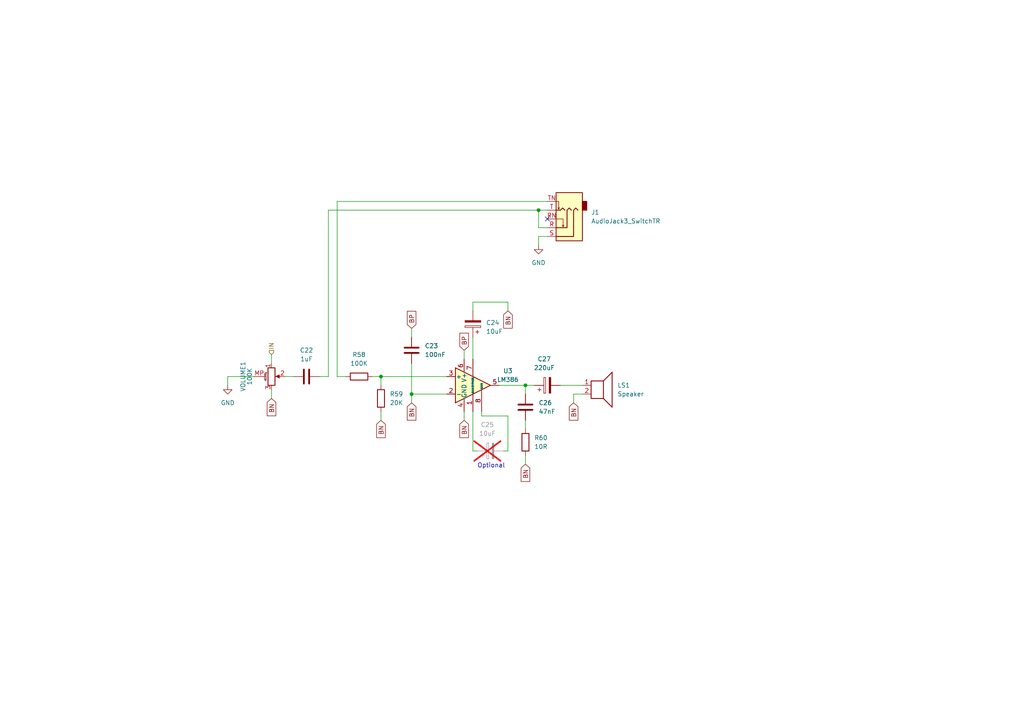
<source format=kicad_sch>
(kicad_sch (version 20230121) (generator eeschema)
  (paper "A4")
  (lib_symbols
    (symbol "Amplifier_Audio:LM386" (pin_names (offset 0.127))
      (property "Reference" "U" (at 1.27 7.62 0))
      (property "Value" "LM386" (at 1.27 5.08 0))
      (symbol "LM386_0_1"
        (polyline (pts (xy 5.08 0) (xy -5.08 5.08) (xy -5.08 -5.08) (xy 5.08 0)) (stroke (width 0.254)) (fill (type background)))
      )
      (symbol "LM386_1_1"
        (pin input line (at 0 -7.62 90) (length 5.08) (name "GAIN") (number "1"))
        (pin input line (at -7.62 -2.54 0) (length 2.54) (name "-") (number "2"))
        (pin input line (at -7.62 2.54 0) (length 2.54) (name "+") (number "3"))
        (pin power_in line (at -2.54 -7.62 90) (length 3.81) (name "GND") (number "4"))
        (pin output line (at 7.62 0 180) (length 2.54) (name "~") (number "5"))
        (pin power_in line (at -2.54 7.62 270) (length 3.81) (name "V+") (number "6"))
        (pin input line (at 0 7.62 270) (length 5.08) (name "BYPASS") (number "7"))
        (pin input line (at 2.54 -7.62 90) (length 6.35) (name "GAIN") (number "8"))
      )
    )
    (symbol "Connector-github:AudioJack3_SwitchTR"
      (property "Reference" "J" (at 0 8.89 0))
      (property "Value" "AudioJack3_SwitchTR" (at 0 6.35 0))
      (symbol "AudioJack3_SwitchTR_0_1"
        (rectangle (start -5.08 -5.08) (end -6.35 -7.62) (stroke (width 0.254)) (fill (type outline)))
        (polyline (pts (xy 0.508 -0.254) (xy 0.762 -0.762)))
        (polyline (pts (xy 1.778 -5.334) (xy 2.032 -5.842)))
        (polyline (pts (xy 0 -5.08) (xy 0.635 -5.715) (xy 1.27 -5.08) (xy 2.54 -5.08)) (stroke (width 0.254)))
        (polyline (pts (xy 2.54 -7.62) (xy 1.778 -7.62) (xy 1.778 -5.334) (xy 1.524 -5.842)))
        (polyline (pts (xy 2.54 -2.54) (xy 0.508 -2.54) (xy 0.508 -0.254) (xy 0.254 -0.762)))
        (polyline (pts (xy -1.905 -5.08) (xy -1.27 -5.715) (xy -0.635 -5.08) (xy -0.635 0) (xy 2.54 0)) (stroke (width 0.254)))
        (polyline (pts (xy 2.54 2.54) (xy -2.54 2.54) (xy -2.54 -5.08) (xy -3.175 -5.715) (xy -3.81 -5.08)) (stroke (width 0.254)))
        (rectangle (start 2.54 3.81) (end -5.08 -10.16) (stroke (width 0.254)) (fill (type background)))
      )
      (symbol "AudioJack3_SwitchTR_1_1"
        (pin passive line (at 5.08 0 180) (length 2.54) (name "~") (number "R"))
        (pin passive line (at 5.08 -2.54 180) (length 2.54) (name "~") (number "RN"))
        (pin passive line (at 5.08 2.54 180) (length 2.54) (name "~") (number "S"))
        (pin passive line (at 5.08 -5.08 180) (length 2.54) (name "~") (number "T"))
        (pin passive line (at 5.08 -7.62 180) (length 2.54) (name "~") (number "TN"))
      )
    )
    (symbol "Device:C" (pin_numbers hide) (pin_names (offset 0.254))
      (property "Reference" "C" (at 0.635 2.54 0))
      (property "Value" "C" (at 0.635 -2.54 0))
      (symbol "C_0_1"
        (polyline (pts (xy -2.032 -0.762) (xy 2.032 -0.762)) (stroke (width 0.508)))
        (polyline (pts (xy -2.032 0.762) (xy 2.032 0.762)) (stroke (width 0.508)))
      )
      (symbol "C_1_1"
        (pin passive line (at 0 3.81 270) (length 2.794) (name "~") (number "1"))
        (pin passive line (at 0 -3.81 90) (length 2.794) (name "~") (number "2"))
      )
    )
    (symbol "Device:C_Polarized" (pin_numbers hide) (pin_names (offset 0.254))
      (property "Reference" "C" (at 0.635 2.54 0))
      (property "Value" "C_Polarized" (at 0.635 -2.54 0))
      (symbol "C_Polarized_0_1"
        (rectangle (start -2.286 0.508) (end 2.286 1.016))
        (polyline (pts (xy -1.778 2.286) (xy -0.762 2.286)))
        (polyline (pts (xy -1.27 2.794) (xy -1.27 1.778)))
        (rectangle (start 2.286 -0.508) (end -2.286 -1.016) (fill (type outline)))
      )
      (symbol "C_Polarized_1_1"
        (pin passive line (at 0 3.81 270) (length 2.794) (name "~") (number "1"))
        (pin passive line (at 0 -3.81 90) (length 2.794) (name "~") (number "2"))
      )
    )
    (symbol "Device:R" (pin_numbers hide) (pin_names (offset 0))
      (property "Reference" "R" (at 2.032 0 90))
      (property "Value" "R" (at 0 0 90))
      (symbol "R_0_1"
        (rectangle (start -1.016 -2.54) (end 1.016 2.54) (stroke (width 0.254)))
      )
      (symbol "R_1_1"
        (pin passive line (at 0 3.81 270) (length 1.27) (name "~") (number "1"))
        (pin passive line (at 0 -3.81 90) (length 1.27) (name "~") (number "2"))
      )
    )
    (symbol "Device:R_Potentiometer_MountingPin" (pin_names (offset 1.016) hide)
      (property "Reference" "RV" (at -8.255 0 90))
      (property "Value" "R_Potentiometer_MountingPin" (at -6.35 0 90))
      (symbol "R_Potentiometer_MountingPin_0_1"
        (polyline (pts (xy 2.54 0) (xy 1.524 0)))
        (polyline (pts (xy 1.143 0) (xy 2.286 0.508) (xy 2.286 -0.508)) (fill (type outline)))
        (rectangle (start 1.016 2.54) (end -1.016 -2.54) (stroke (width 0.254)))
      )
      (symbol "R_Potentiometer_MountingPin_1_1"
        (polyline (pts (xy -2.032 1.016) (xy -2.032 -1.016)) (stroke (width 0.1524)))
        (text "Mounting" (at -1.651 0 900) (effects (font (size 0.381 0.381))))
        (pin passive line (at 0 3.81 270) (length 1.27) (name "1") (number "1"))
        (pin passive line (at 3.81 0 180) (length 1.27) (name "2") (number "2"))
        (pin passive line (at 0 -3.81 90) (length 1.27) (name "3") (number "3"))
        (pin passive line (at -5.08 0 0) (length 3.048) (name "MountPin") (number "MP"))
      )
    )
    (symbol "Device:Speaker" (pin_names (offset 0) hide)
      (property "Reference" "LS" (at 1.27 5.715 0))
      (property "Value" "Speaker" (at 1.27 3.81 0))
      (symbol "Speaker_0_0"
        (rectangle (start -2.54 1.27) (end 1.016 -3.81) (stroke (width 0.254)))
        (polyline (pts (xy 1.016 1.27) (xy 3.556 3.81) (xy 3.556 -6.35) (xy 1.016 -3.81)) (stroke (width 0.254)))
      )
      (symbol "Speaker_1_1"
        (pin input line (at -5.08 0 0) (length 2.54) (name "1") (number "1"))
        (pin input line (at -5.08 -2.54 0) (length 2.54) (name "2") (number "2"))
      )
    )
    (symbol "power:GND" (power) (pin_names (offset 0))
      (property "Value" "GND" (at 0 -3.81 0))
      (symbol "GND_0_1"
        (polyline (pts (xy 0 0) (xy 0 -1.27) (xy 1.27 -1.27) (xy 0 -2.54) (xy -1.27 -1.27) (xy 0 -1.27)))
      )
      (symbol "GND_1_1"
        (pin power_in line (at 0 0 270) (length 0) hide (name "GND") (number "1"))
      )
    )
  )
  (junction (at 119.38 114.3))
  (junction (at 110.49 109.22))
  (junction (at 156.21 60.96))
  (junction (at 152.4 111.76))
  (no_connect (at 158.75 63.5))
  (wire (pts (xy 144.78 111.76) (xy 152.4 111.76)))
  (wire (pts (xy 162.56 111.76) (xy 168.91 111.76)))
  (wire (pts (xy 137.16 97.79) (xy 137.16 104.14)))
  (wire (pts (xy 129.54 114.3) (xy 119.38 114.3)))
  (wire (pts (xy 97.79 109.22) (xy 100.33 109.22)))
  (wire (pts (xy 95.25 109.22) (xy 95.25 60.96)))
  (wire (pts (xy 119.38 114.3) (xy 119.38 105.41)))
  (wire (pts (xy 137.16 87.63) (xy 147.32 87.63)))
  (wire (pts (xy 137.16 119.38) (xy 137.16 130.81)))
  (wire (pts (xy 156.21 68.58) (xy 156.21 71.12)))
  (wire (pts (xy 95.25 60.96) (xy 156.21 60.96)))
  (wire (pts (xy 82.55 109.22) (xy 85.09 109.22)))
  (wire (pts (xy 156.21 66.04) (xy 158.75 66.04)))
  (wire (pts (xy 78.74 113.03) (xy 78.74 115.57)))
  (wire (pts (xy 147.32 87.63) (xy 147.32 90.17)))
  (wire (pts (xy 110.49 119.38) (xy 110.49 121.92)))
  (wire (pts (xy 134.62 101.6) (xy 134.62 104.14)))
  (wire (pts (xy 166.37 114.3) (xy 166.37 116.84)))
  (wire (pts (xy 107.95 109.22) (xy 110.49 109.22)))
  (wire (pts (xy 168.91 114.3) (xy 166.37 114.3)))
  (wire (pts (xy 92.71 109.22) (xy 95.25 109.22)))
  (wire (pts (xy 152.4 121.92) (xy 152.4 124.46)))
  (wire (pts (xy 152.4 132.08) (xy 152.4 134.62)))
  (wire (pts (xy 97.79 58.42) (xy 97.79 109.22)))
  (wire (pts (xy 152.4 111.76) (xy 152.4 114.3)))
  (wire (pts (xy 110.49 109.22) (xy 110.49 111.76)))
  (wire (pts (xy 147.32 130.81) (xy 146.05 130.81)))
  (wire (pts (xy 139.7 120.65) (xy 139.7 119.38)))
  (wire (pts (xy 134.62 119.38) (xy 134.62 121.92)))
  (wire (pts (xy 137.16 90.17) (xy 137.16 87.63)))
  (wire (pts (xy 110.49 109.22) (xy 129.54 109.22)))
  (wire (pts (xy 147.32 120.65) (xy 139.7 120.65)))
  (wire (pts (xy 156.21 60.96) (xy 156.21 66.04)))
  (wire (pts (xy 73.66 109.22) (xy 66.04 109.22)))
  (wire (pts (xy 119.38 95.25) (xy 119.38 97.79)))
  (wire (pts (xy 158.75 68.58) (xy 156.21 68.58)))
  (wire (pts (xy 147.32 130.81) (xy 147.32 120.65)))
  (wire (pts (xy 158.75 60.96) (xy 156.21 60.96)))
  (wire (pts (xy 158.75 58.42) (xy 97.79 58.42)))
  (wire (pts (xy 66.04 109.22) (xy 66.04 111.76)))
  (wire (pts (xy 119.38 114.3) (xy 119.38 116.84)))
  (wire (pts (xy 137.16 130.81) (xy 138.43 130.81)))
  (wire (pts (xy 78.74 102.87) (xy 78.74 105.41)))
  (wire (pts (xy 152.4 111.76) (xy 154.94 111.76)))
  (text "Optional" (at 138.43 135.89 0) (effects (font (size 1.27 1.27)) (justify left bottom)))
  (global_label "BN" (shape input) (at 166.37 116.84 270) (property "Intersheetrefs" "${INTERSHEET_REFS}" (effects hide)))
  (global_label "BN" (shape input) (at 134.62 121.92 270) (property "Intersheetrefs" "${INTERSHEET_REFS}" (effects hide)))
  (global_label "BN" (shape input) (at 110.49 121.92 270) (property "Intersheetrefs" "${INTERSHEET_REFS}" (effects hide)))
  (global_label "BN" (shape input) (at 152.4 134.62 270) (property "Intersheetrefs" "${INTERSHEET_REFS}" (effects hide)))
  (global_label "BN" (shape input) (at 147.32 90.17 270) (property "Intersheetrefs" "${INTERSHEET_REFS}" (effects hide)))
  (global_label "BN" (shape input) (at 119.38 116.84 270) (property "Intersheetrefs" "${INTERSHEET_REFS}" (effects hide)))
  (global_label "BN" (shape input) (at 78.74 115.57 270) (property "Intersheetrefs" "${INTERSHEET_REFS}" (effects hide)))
  (global_label "BP" (shape input) (at 119.38 95.25 90) (property "Intersheetrefs" "${INTERSHEET_REFS}" (effects hide)))
  (global_label "BP" (shape input) (at 134.62 101.6 90) (property "Intersheetrefs" "${INTERSHEET_REFS}" (effects hide)))
  (hierarchical_label "IN" (shape input) (at 78.74 102.87 90))
  (symbol (lib_id "power:GND") (at 156.21 71.12 0) (unit 1)
    (property "Reference" "#PWR018" (effects hide))
    (property "Value" "GND" (at 156.21 76.2 0))
  )
  (symbol (lib_id "Device:C") (at 88.9 109.22 270) (unit 1)
    (property "Reference" "C22" (at 88.9 101.6 90))
    (property "Value" "1uF" (at 88.9 104.14 90))
    (property "Footprint" "Capacitor_THT:C_Radial_D5.0mm_H7.0mm_P2.00mm" (effects hide))
  )
  (symbol (lib_id "Device:Speaker") (at 173.99 111.76 0) (unit 1)
    (property "Reference" "LS1" (at 179.07 111.76 0) (effects (justify left)))
    (property "Value" "Speaker" (at 179.07 114.3 0) (effects (justify left)))
    (property "Footprint" "Library:Speaker 2030" (effects hide))
  )
  (symbol (lib_id "Device:C") (at 152.4 118.11 0) (unit 1)
    (property "Reference" "C26" (at 156.21 116.84 0) (effects (justify left)))
    (property "Value" "47nF" (at 156.21 119.38 0) (effects (justify left)))
    (property "Footprint" "Capacitor_THT:C_Disc_D3.0mm_W2.0mm_P2.50mm" (effects hide))
  )
  (symbol (lib_id "power:GND") (at 66.04 111.76 0) (unit 1)
    (property "Reference" "#PWR017" (effects hide))
    (property "Value" "GND" (at 66.04 116.84 0))
  )
  (symbol (lib_id "Connector-github:AudioJack3_SwitchTR") (at 163.83 66.04 180) (unit 1)
    (property "Reference" "J1" (at 171.45 61.595 0) (effects (justify right)))
    (property "Value" "AudioJack3_SwitchTR" (at 171.45 64.135 0) (effects (justify right)))
    (property "Footprint" "Connector_Audio:Jack_3.5mm_CUI_SJ1-3525N_Horizontal" (effects hide))
  )
  (symbol (lib_id "Device:R") (at 110.49 115.57 180) (unit 1)
    (property "Reference" "R59" (at 113.03 114.3 0) (effects (justify right)))
    (property "Value" "20K" (at 113.03 116.84 0) (effects (justify right)))
    (property "Footprint" "Library:R_Axial_DIN0207_L6.3mm_D2.5mm_P7.62mm_Horizontal" (effects hide))
  )
  (symbol (lib_id "Amplifier_Audio:LM386") (at 137.16 111.76 0) (unit 1)
    (property "Reference" "U3" (at 147.32 107.5691 0))
    (property "Value" "LM386" (at 147.32 110.1091 0))
    (property "Footprint" "Package_DIP:DIP-8_W7.62mm_Socket_LongPads" (effects hide))
    (property "Datasheet" "http://www.ti.com/lit/ds/symlink/lm386.pdf" (effects hide))
  )
  (symbol (lib_id "Device:C_Polarized") (at 142.24 130.81 90) (unit 1) (in_bom no) (dnp yes)
    (property "Reference" "C25" (at 141.351 123.19 90))
    (property "Value" "10uF" (at 141.351 125.73 90))
    (property "Footprint" "Capacitor_THT:CP_Radial_D5.0mm_P2.50mm" (effects hide))
  )
  (symbol (lib_id "Device:R") (at 152.4 128.27 180) (unit 1)
    (property "Reference" "R60" (at 154.94 127 0) (effects (justify right)))
    (property "Value" "10R" (at 154.94 129.54 0) (effects (justify right)))
    (property "Footprint" "Library:R_Axial_DIN0207_L6.3mm_D2.5mm_P7.62mm_Horizontal" (effects hide))
  )
  (symbol (lib_id "Device:C_Polarized") (at 137.16 93.98 180) (unit 1)
    (property "Reference" "C24" (at 140.97 93.599 0) (effects (justify right)))
    (property "Value" "10uF" (at 140.97 96.139 0) (effects (justify right)))
    (property "Footprint" "Capacitor_THT:CP_Radial_D5.0mm_P2.50mm" (effects hide))
  )
  (symbol (lib_id "Device:R") (at 104.14 109.22 270) (unit 1)
    (property "Reference" "R58" (at 104.14 102.87 90))
    (property "Value" "100K" (at 104.14 105.41 90))
    (property "Footprint" "Library:R_Axial_DIN0207_L6.3mm_D2.5mm_P7.62mm_Horizontal" (effects hide))
  )
  (symbol (lib_id "Device:R_Potentiometer_MountingPin") (at 78.74 109.22 0) (unit 1)
    (property "Reference" "VOLUME1" (at 70.485 109.22 90))
    (property "Value" "100K" (at 72.39 109.22 90))
    (property "Footprint" "Library:Potentiometer_Bourns_PTV09A-1_Single_Vertical" (effects hide))
  )
  (symbol (lib_id "Device:C_Polarized") (at 158.75 111.76 90) (unit 1)
    (property "Reference" "C27" (at 157.861 104.14 90))
    (property "Value" "220uF" (at 157.861 106.68 90))
    (property "Footprint" "Capacitor_THT:CP_Radial_D5.0mm_P2.50mm" (effects hide))
  )
  (symbol (lib_id "Device:C") (at 119.38 101.6 0) (unit 1)
    (property "Reference" "C23" (at 123.19 100.33 0) (effects (justify left)))
    (property "Value" "100nF" (at 123.19 102.87 0) (effects (justify left)))
    (property "Footprint" "Capacitor_THT:C_Disc_D3.0mm_W2.0mm_P2.50mm" (effects hide))
  )
)
</source>
